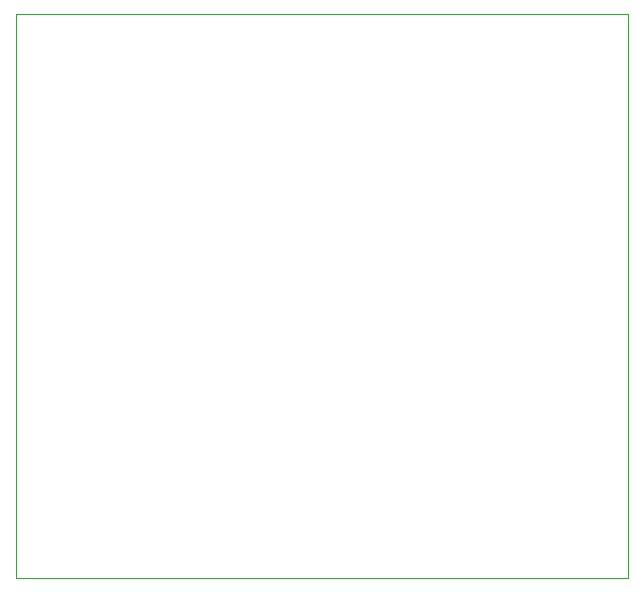
<source format=gbr>
%TF.GenerationSoftware,KiCad,Pcbnew,9.0.0*%
%TF.CreationDate,2025-03-15T18:46:04+01:00*%
%TF.ProjectId,VGA_adapter,5647415f-6164-4617-9074-65722e6b6963,rev?*%
%TF.SameCoordinates,Original*%
%TF.FileFunction,Profile,NP*%
%FSLAX46Y46*%
G04 Gerber Fmt 4.6, Leading zero omitted, Abs format (unit mm)*
G04 Created by KiCad (PCBNEW 9.0.0) date 2025-03-15 18:46:04*
%MOMM*%
%LPD*%
G01*
G04 APERTURE LIST*
%TA.AperFunction,Profile*%
%ADD10C,0.050000*%
%TD*%
G04 APERTURE END LIST*
D10*
X107696000Y-96774000D02*
X159512000Y-96774000D01*
X159512000Y-144488000D01*
X107696000Y-144488000D01*
X107696000Y-96774000D01*
M02*

</source>
